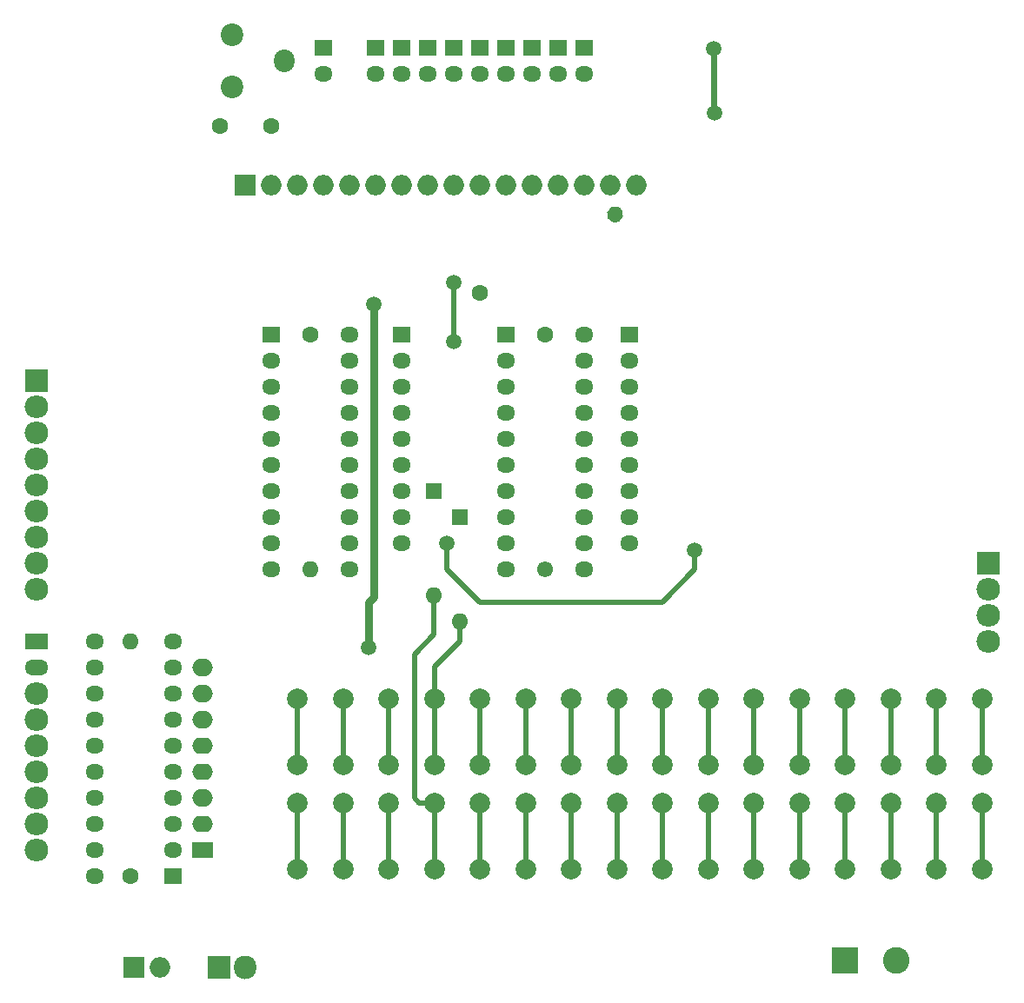
<source format=gbr>
%TF.GenerationSoftware,KiCad,Pcbnew,(5.1.8)-1*%
%TF.CreationDate,2024-08-14T23:41:03+03:00*%
%TF.ProjectId,Ports,506f7274-732e-46b6-9963-61645f706362,rev?*%
%TF.SameCoordinates,Original*%
%TF.FileFunction,Copper,L1,Top*%
%TF.FilePolarity,Positive*%
%FSLAX46Y46*%
G04 Gerber Fmt 4.6, Leading zero omitted, Abs format (unit mm)*
G04 Created by KiCad (PCBNEW (5.1.8)-1) date 2024-08-14 23:41:03*
%MOMM*%
%LPD*%
G01*
G04 APERTURE LIST*
%TA.AperFunction,ComponentPad*%
%ADD10O,1.600000X1.600000*%
%TD*%
%TA.AperFunction,ComponentPad*%
%ADD11R,1.600000X1.600000*%
%TD*%
%TA.AperFunction,ComponentPad*%
%ADD12O,2.300000X2.200000*%
%TD*%
%TA.AperFunction,ComponentPad*%
%ADD13R,2.300000X2.200000*%
%TD*%
%TA.AperFunction,ComponentPad*%
%ADD14O,2.200000X2.300000*%
%TD*%
%TA.AperFunction,ComponentPad*%
%ADD15R,2.200000X2.300000*%
%TD*%
%TA.AperFunction,ComponentPad*%
%ADD16O,2.300000X1.500000*%
%TD*%
%TA.AperFunction,ComponentPad*%
%ADD17R,2.300000X1.500000*%
%TD*%
%TA.AperFunction,ComponentPad*%
%ADD18C,1.600000*%
%TD*%
%TA.AperFunction,ComponentPad*%
%ADD19O,1.600000X1.500000*%
%TD*%
%TA.AperFunction,ComponentPad*%
%ADD20O,2.000000X2.000000*%
%TD*%
%TA.AperFunction,ComponentPad*%
%ADD21R,2.000000X2.000000*%
%TD*%
%TA.AperFunction,ComponentPad*%
%ADD22C,2.000000*%
%TD*%
%TA.AperFunction,ComponentPad*%
%ADD23O,1.800000X1.500000*%
%TD*%
%TA.AperFunction,ComponentPad*%
%ADD24R,1.800000X1.500000*%
%TD*%
%TA.AperFunction,ComponentPad*%
%ADD25R,2.600000X2.600000*%
%TD*%
%TA.AperFunction,ComponentPad*%
%ADD26C,2.600000*%
%TD*%
%TA.AperFunction,ComponentPad*%
%ADD27O,2.000000X2.200000*%
%TD*%
%TA.AperFunction,ComponentPad*%
%ADD28C,2.200000*%
%TD*%
%TA.AperFunction,ComponentPad*%
%ADD29R,2.000000X1.600000*%
%TD*%
%TA.AperFunction,ComponentPad*%
%ADD30O,2.000000X1.600000*%
%TD*%
%TA.AperFunction,ComponentPad*%
%ADD31O,2.000000X1.700000*%
%TD*%
%TA.AperFunction,ViaPad*%
%ADD32C,1.500000*%
%TD*%
%TA.AperFunction,Conductor*%
%ADD33C,0.800000*%
%TD*%
%TA.AperFunction,Conductor*%
%ADD34C,0.600000*%
%TD*%
%TA.AperFunction,Conductor*%
%ADD35C,0.500000*%
%TD*%
G04 APERTURE END LIST*
D10*
%TO.P,D28,2*%
%TO.N,Net-(D12-Pad2)*%
X86995000Y-79375000D03*
D11*
%TO.P,D28,1*%
%TO.N,/P0.6*%
X86995000Y-69215000D03*
%TD*%
D10*
%TO.P,D27,2*%
%TO.N,Net-(D11-Pad2)*%
X84455000Y-76835000D03*
D11*
%TO.P,D27,1*%
%TO.N,/P0.5*%
X84455000Y-66675000D03*
%TD*%
D12*
%TO.P,J1,9*%
%TO.N,/D7*%
X45720000Y-76200000D03*
%TO.P,J1,8*%
%TO.N,/D6*%
X45720000Y-73660000D03*
%TO.P,J1,7*%
%TO.N,/D5*%
X45720000Y-71120000D03*
%TO.P,J1,6*%
%TO.N,/D4*%
X45720000Y-68580000D03*
%TO.P,J1,5*%
%TO.N,/D3*%
X45720000Y-66040000D03*
%TO.P,J1,4*%
%TO.N,/D2*%
X45720000Y-63500000D03*
%TO.P,J1,3*%
%TO.N,/D1*%
X45720000Y-60960000D03*
%TO.P,J1,2*%
%TO.N,/D0*%
X45720000Y-58420000D03*
D13*
%TO.P,J1,1*%
%TO.N,GND*%
X45720000Y-55880000D03*
%TD*%
D14*
%TO.P,J7,2*%
%TO.N,/IN0.OE*%
X66040000Y-113030000D03*
D15*
%TO.P,J7,1*%
%TO.N,/IN0.C*%
X63500000Y-113030000D03*
%TD*%
D12*
%TO.P,J6,9*%
%TO.N,/BUS7*%
X45720000Y-101600000D03*
%TO.P,J6,8*%
%TO.N,/BUS6*%
X45720000Y-99060000D03*
%TO.P,J6,7*%
%TO.N,/BUS5*%
X45720000Y-96520000D03*
%TO.P,J6,6*%
%TO.N,/BUS4*%
X45720000Y-93980000D03*
%TO.P,J6,5*%
%TO.N,/BUS3*%
X45720000Y-91440000D03*
%TO.P,J6,4*%
%TO.N,/BUS2*%
X45720000Y-88900000D03*
%TO.P,J6,3*%
%TO.N,/BUS1*%
X45720000Y-86360000D03*
D16*
%TO.P,J6,2*%
%TO.N,/BUS0*%
X45720000Y-83820000D03*
D17*
%TO.P,J6,1*%
%TO.N,GND*%
X45720000Y-81280000D03*
%TD*%
D12*
%TO.P,J5,4*%
%TO.N,/OUT0*%
X138430000Y-81280000D03*
%TO.P,J5,3*%
%TO.N,GND*%
X138430000Y-78740000D03*
%TO.P,J5,2*%
%TO.N,/OUT1*%
X138430000Y-76200000D03*
D13*
%TO.P,J5,1*%
%TO.N,/OUT2*%
X138430000Y-73660000D03*
%TD*%
D18*
%TO.P,C4,2*%
%TO.N,GND*%
X63580000Y-31115000D03*
%TO.P,C4,1*%
%TO.N,VCC*%
X68580000Y-31115000D03*
%TD*%
D10*
%TO.P,C3,2*%
%TO.N,GND*%
X54927500Y-81280000D03*
D18*
%TO.P,C3,1*%
%TO.N,VCC*%
X54927500Y-104140000D03*
%TD*%
D10*
%TO.P,C2,2*%
%TO.N,GND*%
X72390000Y-74295000D03*
D18*
%TO.P,C2,1*%
%TO.N,VCC*%
X72390000Y-51435000D03*
%TD*%
D19*
%TO.P,C1,2*%
%TO.N,GND*%
X95250000Y-74295000D03*
D18*
%TO.P,C1,1*%
%TO.N,VCC*%
X95250000Y-51435000D03*
%TD*%
D20*
%TO.P,J9,2*%
%TO.N,GND*%
X57785000Y-113030000D03*
D21*
%TO.P,J9,1*%
X55245000Y-113030000D03*
%TD*%
D22*
%TO.P,D26,1*%
%TO.N,/IN0.0*%
X71120000Y-86845000D03*
%TO.P,D26,2*%
%TO.N,Net-(D12-Pad2)*%
X75620000Y-86845000D03*
%TO.P,D26,1*%
%TO.N,/IN0.0*%
X71120000Y-93345000D03*
%TO.P,D26,2*%
%TO.N,Net-(D12-Pad2)*%
X75620000Y-93345000D03*
%TD*%
%TO.P,D25,1*%
%TO.N,/IN0.0*%
X71120000Y-97005000D03*
%TO.P,D25,2*%
%TO.N,Net-(D11-Pad2)*%
X75620000Y-97005000D03*
%TO.P,D25,1*%
%TO.N,/IN0.0*%
X71120000Y-103505000D03*
%TO.P,D25,2*%
%TO.N,Net-(D11-Pad2)*%
X75620000Y-103505000D03*
%TD*%
%TO.P,D24,1*%
%TO.N,/IN0.1*%
X80010000Y-86845000D03*
%TO.P,D24,2*%
%TO.N,Net-(D12-Pad2)*%
X84510000Y-86845000D03*
%TO.P,D24,1*%
%TO.N,/IN0.1*%
X80010000Y-93345000D03*
%TO.P,D24,2*%
%TO.N,Net-(D12-Pad2)*%
X84510000Y-93345000D03*
%TD*%
%TO.P,D23,1*%
%TO.N,/IN0.1*%
X80010000Y-97005000D03*
%TO.P,D23,2*%
%TO.N,Net-(D11-Pad2)*%
X84510000Y-97005000D03*
%TO.P,D23,1*%
%TO.N,/IN0.1*%
X80010000Y-103505000D03*
%TO.P,D23,2*%
%TO.N,Net-(D11-Pad2)*%
X84510000Y-103505000D03*
%TD*%
%TO.P,D22,1*%
%TO.N,/IN0.2*%
X88900000Y-86845000D03*
%TO.P,D22,2*%
%TO.N,Net-(D12-Pad2)*%
X93400000Y-86845000D03*
%TO.P,D22,1*%
%TO.N,/IN0.2*%
X88900000Y-93345000D03*
%TO.P,D22,2*%
%TO.N,Net-(D12-Pad2)*%
X93400000Y-93345000D03*
%TD*%
%TO.P,D21,1*%
%TO.N,/IN0.2*%
X88900000Y-97005000D03*
%TO.P,D21,2*%
%TO.N,Net-(D11-Pad2)*%
X93400000Y-97005000D03*
%TO.P,D21,1*%
%TO.N,/IN0.2*%
X88900000Y-103505000D03*
%TO.P,D21,2*%
%TO.N,Net-(D11-Pad2)*%
X93400000Y-103505000D03*
%TD*%
%TO.P,D20,1*%
%TO.N,/IN0.3*%
X97790000Y-86845000D03*
%TO.P,D20,2*%
%TO.N,Net-(D12-Pad2)*%
X102290000Y-86845000D03*
%TO.P,D20,1*%
%TO.N,/IN0.3*%
X97790000Y-93345000D03*
%TO.P,D20,2*%
%TO.N,Net-(D12-Pad2)*%
X102290000Y-93345000D03*
%TD*%
%TO.P,D19,1*%
%TO.N,/IN0.3*%
X97790000Y-97005000D03*
%TO.P,D19,2*%
%TO.N,Net-(D11-Pad2)*%
X102290000Y-97005000D03*
%TO.P,D19,1*%
%TO.N,/IN0.3*%
X97790000Y-103505000D03*
%TO.P,D19,2*%
%TO.N,Net-(D11-Pad2)*%
X102290000Y-103505000D03*
%TD*%
%TO.P,D18,1*%
%TO.N,/IN0.4*%
X106680000Y-86845000D03*
%TO.P,D18,2*%
%TO.N,Net-(D12-Pad2)*%
X111180000Y-86845000D03*
%TO.P,D18,1*%
%TO.N,/IN0.4*%
X106680000Y-93345000D03*
%TO.P,D18,2*%
%TO.N,Net-(D12-Pad2)*%
X111180000Y-93345000D03*
%TD*%
%TO.P,D17,1*%
%TO.N,/IN0.4*%
X106680000Y-97005000D03*
%TO.P,D17,2*%
%TO.N,Net-(D11-Pad2)*%
X111180000Y-97005000D03*
%TO.P,D17,1*%
%TO.N,/IN0.4*%
X106680000Y-103505000D03*
%TO.P,D17,2*%
%TO.N,Net-(D11-Pad2)*%
X111180000Y-103505000D03*
%TD*%
%TO.P,D16,1*%
%TO.N,/IN0.5*%
X115570000Y-86845000D03*
%TO.P,D16,2*%
%TO.N,Net-(D12-Pad2)*%
X120070000Y-86845000D03*
%TO.P,D16,1*%
%TO.N,/IN0.5*%
X115570000Y-93345000D03*
%TO.P,D16,2*%
%TO.N,Net-(D12-Pad2)*%
X120070000Y-93345000D03*
%TD*%
%TO.P,D15,1*%
%TO.N,/IN0.5*%
X115570000Y-97005000D03*
%TO.P,D15,2*%
%TO.N,Net-(D11-Pad2)*%
X120070000Y-97005000D03*
%TO.P,D15,1*%
%TO.N,/IN0.5*%
X115570000Y-103505000D03*
%TO.P,D15,2*%
%TO.N,Net-(D11-Pad2)*%
X120070000Y-103505000D03*
%TD*%
%TO.P,D14,1*%
%TO.N,/IN0.6*%
X124460000Y-86845000D03*
%TO.P,D14,2*%
%TO.N,Net-(D12-Pad2)*%
X128960000Y-86845000D03*
%TO.P,D14,1*%
%TO.N,/IN0.6*%
X124460000Y-93345000D03*
%TO.P,D14,2*%
%TO.N,Net-(D12-Pad2)*%
X128960000Y-93345000D03*
%TD*%
%TO.P,D13,1*%
%TO.N,/IN0.6*%
X124460000Y-97005000D03*
%TO.P,D13,2*%
%TO.N,Net-(D11-Pad2)*%
X128960000Y-97005000D03*
%TO.P,D13,1*%
%TO.N,/IN0.6*%
X124460000Y-103505000D03*
%TO.P,D13,2*%
%TO.N,Net-(D11-Pad2)*%
X128960000Y-103505000D03*
%TD*%
%TO.P,D12,1*%
%TO.N,/IN0.7*%
X133350000Y-86845000D03*
%TO.P,D12,2*%
%TO.N,Net-(D12-Pad2)*%
X137850000Y-86845000D03*
%TO.P,D12,1*%
%TO.N,/IN0.7*%
X133350000Y-93345000D03*
%TO.P,D12,2*%
%TO.N,Net-(D12-Pad2)*%
X137850000Y-93345000D03*
%TD*%
%TO.P,D11,1*%
%TO.N,/IN0.7*%
X133350000Y-97005000D03*
%TO.P,D11,2*%
%TO.N,Net-(D11-Pad2)*%
X137850000Y-97005000D03*
%TO.P,D11,1*%
%TO.N,/IN0.7*%
X133350000Y-103505000D03*
%TO.P,D11,2*%
%TO.N,Net-(D11-Pad2)*%
X137850000Y-103505000D03*
%TD*%
D23*
%TO.P,U3,20*%
%TO.N,VCC*%
X51435000Y-104140000D03*
%TO.P,U3,10*%
%TO.N,GND*%
X59055000Y-81280000D03*
%TO.P,U3,19*%
%TO.N,/BUS7*%
X51435000Y-101600000D03*
%TO.P,U3,9*%
%TO.N,/IN0.0*%
X59055000Y-83820000D03*
%TO.P,U3,18*%
%TO.N,/BUS6*%
X51435000Y-99060000D03*
%TO.P,U3,8*%
%TO.N,/IN0.1*%
X59055000Y-86360000D03*
%TO.P,U3,17*%
%TO.N,/BUS5*%
X51435000Y-96520000D03*
%TO.P,U3,7*%
%TO.N,/IN0.2*%
X59055000Y-88900000D03*
%TO.P,U3,16*%
%TO.N,/BUS4*%
X51435000Y-93980000D03*
%TO.P,U3,6*%
%TO.N,/IN0.3*%
X59055000Y-91440000D03*
%TO.P,U3,15*%
%TO.N,/BUS3*%
X51435000Y-91440000D03*
%TO.P,U3,5*%
%TO.N,/IN0.4*%
X59055000Y-93980000D03*
%TO.P,U3,14*%
%TO.N,/BUS2*%
X51435000Y-88900000D03*
%TO.P,U3,4*%
%TO.N,/IN0.5*%
X59055000Y-96520000D03*
%TO.P,U3,13*%
%TO.N,/BUS1*%
X51435000Y-86360000D03*
%TO.P,U3,3*%
%TO.N,/IN0.6*%
X59055000Y-99060000D03*
%TO.P,U3,12*%
%TO.N,/BUS0*%
X51435000Y-83820000D03*
%TO.P,U3,2*%
%TO.N,/IN0.7*%
X59055000Y-101600000D03*
%TO.P,U3,11*%
%TO.N,/IN0.C*%
X51435000Y-81280000D03*
D24*
%TO.P,U3,1*%
%TO.N,/IN0.OE*%
X59055000Y-104140000D03*
%TD*%
%TO.P,R1,2*%
%TO.N,Net-(DS1-Pad15)*%
%TA.AperFunction,ComponentPad*%
G36*
G01*
X101405407Y-40087500D02*
X101405407Y-40087500D01*
G75*
G02*
X101698227Y-38994680I692820J400000D01*
G01*
X101698227Y-38994680D01*
G75*
G02*
X102791047Y-39287500I400000J-692820D01*
G01*
X102791047Y-39287500D01*
G75*
G02*
X102498227Y-40380320I-692820J-400000D01*
G01*
X102498227Y-40380320D01*
G75*
G02*
X101405407Y-40087500I-400000J692820D01*
G01*
G37*
%TD.AperFunction*%
D18*
%TO.P,R1,1*%
%TO.N,VCC*%
X88900000Y-47307500D03*
%TD*%
D23*
%TO.P,D10,2*%
%TO.N,Net-(D10-Pad2)*%
X99060000Y-26035000D03*
D24*
%TO.P,D10,1*%
%TO.N,Net-(D1-Pad1)*%
X99060000Y-23495000D03*
%TD*%
D23*
%TO.P,D9,2*%
%TO.N,Net-(D9-Pad2)*%
X73660000Y-26035000D03*
D24*
%TO.P,D9,1*%
%TO.N,Net-(D1-Pad1)*%
X73660000Y-23495000D03*
%TD*%
D23*
%TO.P,D8,2*%
%TO.N,Net-(D8-Pad2)*%
X96520000Y-26035000D03*
D24*
%TO.P,D8,1*%
%TO.N,Net-(D1-Pad1)*%
X96520000Y-23495000D03*
%TD*%
D23*
%TO.P,D7,2*%
%TO.N,Net-(D7-Pad2)*%
X78740000Y-26035000D03*
D24*
%TO.P,D7,1*%
%TO.N,Net-(D1-Pad1)*%
X78740000Y-23495000D03*
%TD*%
D23*
%TO.P,D6,2*%
%TO.N,Net-(D6-Pad2)*%
X93980000Y-26035000D03*
D24*
%TO.P,D6,1*%
%TO.N,Net-(D1-Pad1)*%
X93980000Y-23495000D03*
%TD*%
D23*
%TO.P,D5,2*%
%TO.N,Net-(D5-Pad2)*%
X91440000Y-26035000D03*
D24*
%TO.P,D5,1*%
%TO.N,Net-(D1-Pad1)*%
X91440000Y-23495000D03*
%TD*%
D23*
%TO.P,D4,2*%
%TO.N,Net-(D4-Pad2)*%
X88900000Y-26035000D03*
D24*
%TO.P,D4,1*%
%TO.N,Net-(D1-Pad1)*%
X88900000Y-23495000D03*
%TD*%
D23*
%TO.P,D3,2*%
%TO.N,Net-(D3-Pad2)*%
X86360000Y-26035000D03*
D24*
%TO.P,D3,1*%
%TO.N,Net-(D1-Pad1)*%
X86360000Y-23495000D03*
%TD*%
D23*
%TO.P,D2,2*%
%TO.N,Net-(D2-Pad2)*%
X83820000Y-26035000D03*
D24*
%TO.P,D2,1*%
%TO.N,Net-(D1-Pad1)*%
X83820000Y-23495000D03*
%TD*%
D23*
%TO.P,D1,2*%
%TO.N,Net-(D1-Pad2)*%
X81280000Y-26035000D03*
D24*
%TO.P,D1,1*%
%TO.N,Net-(D1-Pad1)*%
X81280000Y-23495000D03*
%TD*%
D20*
%TO.P,DS1,16*%
%TO.N,Net-(DS1-Pad16)*%
X104140000Y-36830000D03*
%TO.P,DS1,15*%
%TO.N,Net-(DS1-Pad15)*%
X101600000Y-36830000D03*
%TO.P,DS1,14*%
%TO.N,/D7*%
X99060000Y-36830000D03*
%TO.P,DS1,13*%
%TO.N,/D6*%
X96520000Y-36830000D03*
%TO.P,DS1,12*%
%TO.N,/D5*%
X93980000Y-36830000D03*
%TO.P,DS1,11*%
%TO.N,/D4*%
X91440000Y-36830000D03*
%TO.P,DS1,10*%
%TO.N,/D3*%
X88900000Y-36830000D03*
%TO.P,DS1,9*%
%TO.N,/D2*%
X86360000Y-36830000D03*
%TO.P,DS1,8*%
%TO.N,/D1*%
X83820000Y-36830000D03*
%TO.P,DS1,7*%
%TO.N,/D0*%
X81280000Y-36830000D03*
%TO.P,DS1,6*%
%TO.N,/OUT2*%
X78740000Y-36830000D03*
%TO.P,DS1,5*%
%TO.N,GND*%
X76200000Y-36830000D03*
%TO.P,DS1,4*%
%TO.N,/P0.0*%
X73660000Y-36830000D03*
%TO.P,DS1,3*%
%TO.N,Net-(DS1-Pad3)*%
X71120000Y-36830000D03*
%TO.P,DS1,2*%
%TO.N,VCC*%
X68580000Y-36830000D03*
D21*
%TO.P,DS1,1*%
%TO.N,GND*%
X66040000Y-36830000D03*
%TD*%
D23*
%TO.P,J2,9*%
%TO.N,/P0.7*%
X81280000Y-71755000D03*
%TO.P,J2,8*%
%TO.N,/P0.6*%
X81280000Y-69215000D03*
%TO.P,J2,7*%
%TO.N,/P0.5*%
X81280000Y-66675000D03*
%TO.P,J2,6*%
%TO.N,/P0.4*%
X81280000Y-64135000D03*
%TO.P,J2,5*%
%TO.N,/P0.3*%
X81280000Y-61595000D03*
%TO.P,J2,4*%
%TO.N,/P0.2*%
X81280000Y-59055000D03*
%TO.P,J2,3*%
%TO.N,/P0.1*%
X81280000Y-56515000D03*
%TO.P,J2,2*%
%TO.N,/P0.0*%
X81280000Y-53975000D03*
D24*
%TO.P,J2,1*%
%TO.N,GND*%
X81280000Y-51435000D03*
%TD*%
%TO.P,J3,1*%
%TO.N,GND*%
X103505000Y-51435000D03*
D23*
%TO.P,J3,2*%
%TO.N,/P1.0*%
X103505000Y-53975000D03*
%TO.P,J3,3*%
%TO.N,/P1.1*%
X103505000Y-56515000D03*
%TO.P,J3,4*%
%TO.N,/P1.2*%
X103505000Y-59055000D03*
%TO.P,J3,5*%
%TO.N,/P1.3*%
X103505000Y-61595000D03*
%TO.P,J3,6*%
%TO.N,/P1.4*%
X103505000Y-64135000D03*
%TO.P,J3,7*%
%TO.N,/P1.5*%
X103505000Y-66675000D03*
%TO.P,J3,8*%
%TO.N,/P1.6*%
X103505000Y-69215000D03*
%TO.P,J3,9*%
%TO.N,/P1.7*%
X103505000Y-71755000D03*
%TD*%
D25*
%TO.P,J4,1*%
%TO.N,GND*%
X124460000Y-112395000D03*
D26*
%TO.P,J4,2*%
%TO.N,Net-(J4-Pad2)*%
X129460000Y-112395000D03*
%TD*%
D27*
%TO.P,RV1,2*%
%TO.N,Net-(DS1-Pad3)*%
X69850000Y-24765000D03*
D28*
%TO.P,RV1,1*%
%TO.N,GND*%
X64770000Y-22225000D03*
%TO.P,RV1,3*%
%TO.N,VCC*%
X64770000Y-27305000D03*
%TD*%
D24*
%TO.P,U1,1*%
%TO.N,GND*%
X68580000Y-51435000D03*
D23*
%TO.P,U1,11*%
%TO.N,/OUT0*%
X76200000Y-74295000D03*
%TO.P,U1,2*%
%TO.N,/D0*%
X68580000Y-53975000D03*
%TO.P,U1,12*%
%TO.N,/P0.7*%
X76200000Y-71755000D03*
%TO.P,U1,3*%
%TO.N,/D1*%
X68580000Y-56515000D03*
%TO.P,U1,13*%
%TO.N,/P0.6*%
X76200000Y-69215000D03*
%TO.P,U1,4*%
%TO.N,/D2*%
X68580000Y-59055000D03*
%TO.P,U1,14*%
%TO.N,/P0.5*%
X76200000Y-66675000D03*
%TO.P,U1,5*%
%TO.N,/D3*%
X68580000Y-61595000D03*
%TO.P,U1,15*%
%TO.N,/P0.4*%
X76200000Y-64135000D03*
%TO.P,U1,6*%
%TO.N,/D4*%
X68580000Y-64135000D03*
%TO.P,U1,16*%
%TO.N,/P0.3*%
X76200000Y-61595000D03*
%TO.P,U1,7*%
%TO.N,/D5*%
X68580000Y-66675000D03*
%TO.P,U1,17*%
%TO.N,/P0.2*%
X76200000Y-59055000D03*
%TO.P,U1,8*%
%TO.N,/D6*%
X68580000Y-69215000D03*
%TO.P,U1,18*%
%TO.N,/P0.1*%
X76200000Y-56515000D03*
%TO.P,U1,9*%
%TO.N,/D7*%
X68580000Y-71755000D03*
%TO.P,U1,19*%
%TO.N,/P0.0*%
X76200000Y-53975000D03*
%TO.P,U1,10*%
%TO.N,GND*%
X68580000Y-74295000D03*
%TO.P,U1,20*%
%TO.N,VCC*%
X76200000Y-51435000D03*
%TD*%
%TO.P,U2,20*%
%TO.N,VCC*%
X99060000Y-51435000D03*
%TO.P,U2,10*%
%TO.N,GND*%
X91440000Y-74295000D03*
%TO.P,U2,19*%
%TO.N,/P1.0*%
X99060000Y-53975000D03*
%TO.P,U2,9*%
%TO.N,/D7*%
X91440000Y-71755000D03*
%TO.P,U2,18*%
%TO.N,/P1.1*%
X99060000Y-56515000D03*
%TO.P,U2,8*%
%TO.N,/D6*%
X91440000Y-69215000D03*
%TO.P,U2,17*%
%TO.N,/P1.2*%
X99060000Y-59055000D03*
%TO.P,U2,7*%
%TO.N,/D5*%
X91440000Y-66675000D03*
%TO.P,U2,16*%
%TO.N,/P1.3*%
X99060000Y-61595000D03*
%TO.P,U2,6*%
%TO.N,/D4*%
X91440000Y-64135000D03*
%TO.P,U2,15*%
%TO.N,/P1.4*%
X99060000Y-64135000D03*
%TO.P,U2,5*%
%TO.N,/D3*%
X91440000Y-61595000D03*
%TO.P,U2,14*%
%TO.N,/P1.5*%
X99060000Y-66675000D03*
%TO.P,U2,4*%
%TO.N,/D2*%
X91440000Y-59055000D03*
%TO.P,U2,13*%
%TO.N,/P1.6*%
X99060000Y-69215000D03*
%TO.P,U2,3*%
%TO.N,/D1*%
X91440000Y-56515000D03*
%TO.P,U2,12*%
%TO.N,/P1.7*%
X99060000Y-71755000D03*
%TO.P,U2,2*%
%TO.N,/D0*%
X91440000Y-53975000D03*
%TO.P,U2,11*%
%TO.N,/OUT1*%
X99060000Y-74295000D03*
D24*
%TO.P,U2,1*%
%TO.N,GND*%
X91440000Y-51435000D03*
%TD*%
D29*
%TO.P,J8,1*%
%TO.N,/IN0.7*%
X61912500Y-101600000D03*
D30*
%TO.P,J8,2*%
%TO.N,/IN0.6*%
X61912500Y-99060000D03*
D31*
%TO.P,J8,3*%
%TO.N,/IN0.5*%
X61912500Y-96520000D03*
D30*
%TO.P,J8,4*%
%TO.N,/IN0.4*%
X61912500Y-93980000D03*
%TO.P,J8,5*%
%TO.N,/IN0.3*%
X61912500Y-91440000D03*
D31*
%TO.P,J8,6*%
%TO.N,/IN0.2*%
X61912500Y-88900000D03*
%TO.P,J8,7*%
%TO.N,/IN0.1*%
X61912500Y-86360000D03*
%TO.P,J8,8*%
%TO.N,/IN0.0*%
X61912500Y-83820000D03*
%TD*%
D32*
%TO.N,VCC*%
X78581250Y-48418750D03*
X78105000Y-81915000D03*
%TO.N,GND*%
X111760000Y-29845000D03*
X111680000Y-23575000D03*
%TO.N,/P0.7*%
X85725000Y-71755000D03*
X109855000Y-72390000D03*
%TO.N,/P0.0*%
X86360000Y-52070000D03*
X86360000Y-46355000D03*
%TD*%
D33*
%TO.N,VCC*%
X78105000Y-77470000D02*
X78581250Y-76993750D01*
X78105000Y-81915000D02*
X78105000Y-77470000D01*
X78581250Y-48418750D02*
X78581250Y-76993750D01*
D34*
%TO.N,GND*%
X111680000Y-29765000D02*
X111760000Y-29845000D01*
X111680000Y-23575000D02*
X111680000Y-29765000D01*
D35*
%TO.N,/P0.7*%
X106680000Y-77470000D02*
X109855000Y-74295000D01*
X109855000Y-74295000D02*
X109855000Y-72390000D01*
X88900000Y-77470000D02*
X106680000Y-77470000D01*
X85725000Y-71755000D02*
X85725000Y-74295000D01*
X85725000Y-74295000D02*
X88900000Y-77470000D01*
%TO.N,/P0.0*%
X86360000Y-46355000D02*
X86360000Y-52070000D01*
%TO.N,/IN0.0*%
X71120000Y-86845000D02*
X71120000Y-93345000D01*
X71120000Y-97005000D02*
X71120000Y-103505000D01*
%TO.N,Net-(D11-Pad2)*%
X137850000Y-97005000D02*
X137850000Y-103505000D01*
X75620000Y-97005000D02*
X75620000Y-103505000D01*
X84510000Y-97005000D02*
X84510000Y-103505000D01*
X93400000Y-97005000D02*
X93400000Y-103505000D01*
X102290000Y-97005000D02*
X102290000Y-103505000D01*
X111180000Y-97005000D02*
X111180000Y-103505000D01*
X120070000Y-97005000D02*
X120070000Y-103505000D01*
X128960000Y-97005000D02*
X128960000Y-103505000D01*
X82550000Y-82550000D02*
X84455000Y-80645000D01*
X82550000Y-96520000D02*
X82550000Y-82550000D01*
X83035000Y-97005000D02*
X82550000Y-96520000D01*
X84455000Y-80645000D02*
X84455000Y-76835000D01*
X84510000Y-97005000D02*
X83035000Y-97005000D01*
%TO.N,Net-(D12-Pad2)*%
X137850000Y-86845000D02*
X137850000Y-93345000D01*
X128960000Y-86845000D02*
X128960000Y-93345000D01*
X120070000Y-86845000D02*
X120070000Y-93345000D01*
X111180000Y-86845000D02*
X111180000Y-93345000D01*
X102290000Y-86845000D02*
X102290000Y-93345000D01*
X93400000Y-86845000D02*
X93400000Y-93345000D01*
X84510000Y-86845000D02*
X84510000Y-93345000D01*
X75620000Y-86845000D02*
X75620000Y-93345000D01*
X84510000Y-83765000D02*
X84510000Y-86845000D01*
X86995000Y-81280000D02*
X84510000Y-83765000D01*
X86995000Y-81280000D02*
X86995000Y-79375000D01*
%TO.N,/IN0.1*%
X80010000Y-86845000D02*
X80010000Y-93345000D01*
X80010000Y-97005000D02*
X80010000Y-103505000D01*
%TO.N,/IN0.2*%
X88900000Y-86845000D02*
X88900000Y-93345000D01*
X88900000Y-97005000D02*
X88900000Y-103505000D01*
%TO.N,/IN0.3*%
X97790000Y-86845000D02*
X97790000Y-93345000D01*
X97790000Y-97005000D02*
X97790000Y-103505000D01*
%TO.N,/IN0.4*%
X106680000Y-86845000D02*
X106680000Y-93345000D01*
X106680000Y-97005000D02*
X106680000Y-103505000D01*
%TO.N,/IN0.5*%
X115570000Y-86845000D02*
X115570000Y-93345000D01*
X115570000Y-97005000D02*
X115570000Y-103505000D01*
%TO.N,/IN0.6*%
X124460000Y-86845000D02*
X124460000Y-93345000D01*
X124460000Y-97005000D02*
X124460000Y-103505000D01*
%TO.N,/IN0.7*%
X133350000Y-86845000D02*
X133350000Y-93345000D01*
X133350000Y-97005000D02*
X133350000Y-103505000D01*
%TD*%
M02*

</source>
